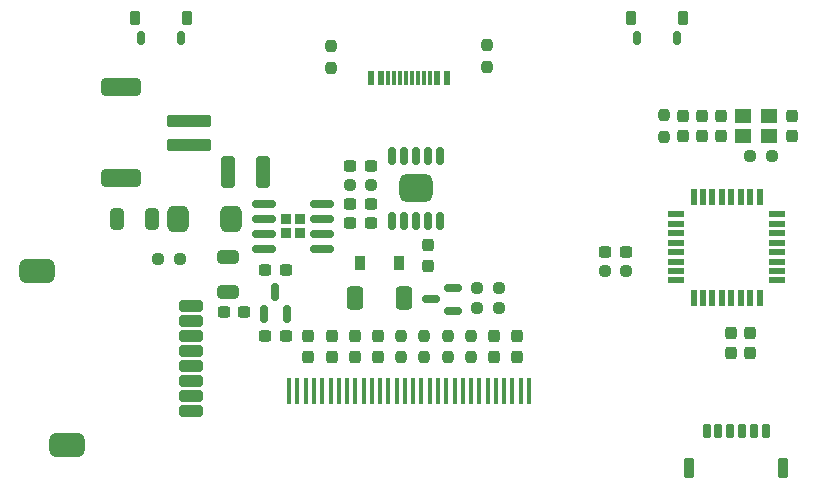
<source format=gbr>
%TF.GenerationSoftware,KiCad,Pcbnew,(6.0.5)*%
%TF.CreationDate,2023-01-30T15:53:00+08:00*%
%TF.ProjectId,Mini_Remoter,4d696e69-5f52-4656-9d6f-7465722e6b69,rev?*%
%TF.SameCoordinates,Original*%
%TF.FileFunction,Paste,Bot*%
%TF.FilePolarity,Positive*%
%FSLAX46Y46*%
G04 Gerber Fmt 4.6, Leading zero omitted, Abs format (unit mm)*
G04 Created by KiCad (PCBNEW (6.0.5)) date 2023-01-30 15:53:00*
%MOMM*%
%LPD*%
G01*
G04 APERTURE LIST*
G04 Aperture macros list*
%AMRoundRect*
0 Rectangle with rounded corners*
0 $1 Rounding radius*
0 $2 $3 $4 $5 $6 $7 $8 $9 X,Y pos of 4 corners*
0 Add a 4 corners polygon primitive as box body*
4,1,4,$2,$3,$4,$5,$6,$7,$8,$9,$2,$3,0*
0 Add four circle primitives for the rounded corners*
1,1,$1+$1,$2,$3*
1,1,$1+$1,$4,$5*
1,1,$1+$1,$6,$7*
1,1,$1+$1,$8,$9*
0 Add four rect primitives between the rounded corners*
20,1,$1+$1,$2,$3,$4,$5,0*
20,1,$1+$1,$4,$5,$6,$7,0*
20,1,$1+$1,$6,$7,$8,$9,0*
20,1,$1+$1,$8,$9,$2,$3,0*%
G04 Aperture macros list end*
%ADD10R,0.500000X1.400000*%
%ADD11R,1.400000X0.500000*%
%ADD12RoundRect,0.250000X0.325000X1.100000X-0.325000X1.100000X-0.325000X-1.100000X0.325000X-1.100000X0*%
%ADD13R,1.400000X1.200000*%
%ADD14R,0.600000X1.150000*%
%ADD15R,0.300000X1.150000*%
%ADD16RoundRect,0.600000X-0.800000X0.600000X-0.800000X-0.600000X0.800000X-0.600000X0.800000X0.600000X0*%
%ADD17RoundRect,0.150000X-0.150000X0.600000X-0.150000X-0.600000X0.150000X-0.600000X0.150000X0.600000X0*%
%ADD18RoundRect,0.500000X-1.000000X0.500000X-1.000000X-0.500000X1.000000X-0.500000X1.000000X0.500000X0*%
%ADD19RoundRect,0.250000X-0.750000X0.250000X-0.750000X-0.250000X0.750000X-0.250000X0.750000X0.250000X0*%
%ADD20RoundRect,0.150000X0.825000X0.150000X-0.825000X0.150000X-0.825000X-0.150000X0.825000X-0.150000X0*%
%ADD21RoundRect,0.232500X0.232500X0.232500X-0.232500X0.232500X-0.232500X-0.232500X0.232500X-0.232500X0*%
%ADD22RoundRect,0.087500X-0.087500X-1.012500X0.087500X-1.012500X0.087500X1.012500X-0.087500X1.012500X0*%
%ADD23RoundRect,0.150000X0.150000X-0.587500X0.150000X0.587500X-0.150000X0.587500X-0.150000X-0.587500X0*%
%ADD24RoundRect,0.150000X0.150000X0.450000X-0.150000X0.450000X-0.150000X-0.450000X0.150000X-0.450000X0*%
%ADD25RoundRect,0.200000X0.200000X0.425000X-0.200000X0.425000X-0.200000X-0.425000X0.200000X-0.425000X0*%
%ADD26RoundRect,0.237500X0.250000X0.237500X-0.250000X0.237500X-0.250000X-0.237500X0.250000X-0.237500X0*%
%ADD27RoundRect,0.237500X-0.250000X-0.237500X0.250000X-0.237500X0.250000X0.237500X-0.250000X0.237500X0*%
%ADD28RoundRect,0.237500X0.237500X-0.250000X0.237500X0.250000X-0.237500X0.250000X-0.237500X-0.250000X0*%
%ADD29RoundRect,0.237500X-0.237500X0.250000X-0.237500X-0.250000X0.237500X-0.250000X0.237500X0.250000X0*%
%ADD30RoundRect,0.150000X0.587500X0.150000X-0.587500X0.150000X-0.587500X-0.150000X0.587500X-0.150000X0*%
%ADD31RoundRect,0.450000X0.450000X0.650000X-0.450000X0.650000X-0.450000X-0.650000X0.450000X-0.650000X0*%
%ADD32RoundRect,0.150000X0.150000X0.475000X-0.150000X0.475000X-0.150000X-0.475000X0.150000X-0.475000X0*%
%ADD33RoundRect,0.225000X0.225000X0.625000X-0.225000X0.625000X-0.225000X-0.625000X0.225000X-0.625000X0*%
%ADD34RoundRect,0.250000X-1.650000X0.250000X-1.650000X-0.250000X1.650000X-0.250000X1.650000X0.250000X0*%
%ADD35RoundRect,0.375000X-1.325000X0.375000X-1.325000X-0.375000X1.325000X-0.375000X1.325000X0.375000X0*%
%ADD36R,0.900000X1.200000*%
%ADD37RoundRect,0.237500X0.237500X-0.300000X0.237500X0.300000X-0.237500X0.300000X-0.237500X-0.300000X0*%
%ADD38RoundRect,0.237500X-0.300000X-0.237500X0.300000X-0.237500X0.300000X0.237500X-0.300000X0.237500X0*%
%ADD39RoundRect,0.237500X-0.237500X0.300000X-0.237500X-0.300000X0.237500X-0.300000X0.237500X0.300000X0*%
%ADD40RoundRect,0.250000X0.325000X0.650000X-0.325000X0.650000X-0.325000X-0.650000X0.325000X-0.650000X0*%
%ADD41RoundRect,0.250000X-0.650000X0.325000X-0.650000X-0.325000X0.650000X-0.325000X0.650000X0.325000X0*%
%ADD42RoundRect,0.237500X0.300000X0.237500X-0.300000X0.237500X-0.300000X-0.237500X0.300000X-0.237500X0*%
%ADD43RoundRect,0.350000X-0.350000X-0.650000X0.350000X-0.650000X0.350000X0.650000X-0.350000X0.650000X0*%
G04 APERTURE END LIST*
D10*
%TO.C,U5*%
X124300000Y-97900000D03*
X125100000Y-97900000D03*
X125900000Y-97900000D03*
X126700000Y-97900000D03*
X127500000Y-97900000D03*
X128300000Y-97900000D03*
X129100000Y-97900000D03*
X129900000Y-97900000D03*
D11*
X131400000Y-99400000D03*
X131400000Y-100200000D03*
X131400000Y-101000000D03*
X131400000Y-101800000D03*
X131400000Y-102600000D03*
X131400000Y-103400000D03*
X131400000Y-104200000D03*
X131400000Y-105000000D03*
D10*
X129900000Y-106500000D03*
X129100000Y-106500000D03*
X128300000Y-106500000D03*
X127500000Y-106500000D03*
X126700000Y-106500000D03*
X125900000Y-106500000D03*
X125100000Y-106500000D03*
X124300000Y-106500000D03*
D11*
X122800000Y-105000000D03*
X122800000Y-104200000D03*
X122800000Y-103400000D03*
X122800000Y-102600000D03*
X122800000Y-101800000D03*
X122800000Y-101000000D03*
X122800000Y-100200000D03*
X122800000Y-99400000D03*
%TD*%
D12*
%TO.C,C14*%
X84925000Y-95800000D03*
X87875000Y-95800000D03*
%TD*%
D13*
%TO.C,Y1*%
X130700000Y-91050000D03*
X128500000Y-91050000D03*
X128500000Y-92750000D03*
X130700000Y-92750000D03*
%TD*%
D14*
%TO.C,USB1*%
X97000000Y-87860000D03*
X97800000Y-87860000D03*
D15*
X98950000Y-87860000D03*
X99950000Y-87860000D03*
X100450000Y-87860000D03*
X98450000Y-87860000D03*
D14*
X103400000Y-87860000D03*
X102600000Y-87860000D03*
D15*
X101950000Y-87860000D03*
X100950000Y-87860000D03*
X99450000Y-87860000D03*
X101450000Y-87860000D03*
%TD*%
D16*
%TO.C,U6*%
X100800000Y-97200000D03*
D17*
X98800000Y-99950000D03*
X99800000Y-99950000D03*
X100800000Y-99950000D03*
X101800000Y-99950000D03*
X102800000Y-99950000D03*
X102800000Y-94450000D03*
X101800000Y-94450000D03*
X100800000Y-94450000D03*
X99800000Y-94450000D03*
X98800000Y-94450000D03*
%TD*%
D18*
%TO.C,U4*%
X68728000Y-104234000D03*
X71228000Y-118966000D03*
D19*
X81728000Y-116045000D03*
X81728000Y-114775000D03*
X81728000Y-113505000D03*
X81728000Y-112235000D03*
X81728000Y-110965000D03*
X81728000Y-109695000D03*
X81728000Y-108425000D03*
X81728000Y-107155000D03*
%TD*%
D20*
%TO.C,U3*%
X87925000Y-98495000D03*
X87925000Y-99765000D03*
X87925000Y-101035000D03*
X87925000Y-102305000D03*
X92875000Y-102305000D03*
X92875000Y-101035000D03*
X92875000Y-99765000D03*
X92875000Y-98495000D03*
D21*
X89825000Y-99825000D03*
X90975000Y-99825000D03*
X89825000Y-100975000D03*
X90975000Y-100975000D03*
%TD*%
D22*
%TO.C,U2*%
X90065000Y-114385000D03*
X90765000Y-114385000D03*
X91465000Y-114385000D03*
X92165000Y-114385000D03*
X92865000Y-114385000D03*
X93565000Y-114385000D03*
X94265000Y-114385000D03*
X94965000Y-114385000D03*
X95665000Y-114385000D03*
X96365000Y-114385000D03*
X97065000Y-114385000D03*
X97765000Y-114385000D03*
X98465000Y-114385000D03*
X99165000Y-114385000D03*
X99865000Y-114385000D03*
X100565000Y-114385000D03*
X101265000Y-114385000D03*
X101965000Y-114385000D03*
X102665000Y-114385000D03*
X103365000Y-114385000D03*
X104065000Y-114385000D03*
X104765000Y-114385000D03*
X105465000Y-114385000D03*
X106165000Y-114385000D03*
X106865000Y-114385000D03*
X107565000Y-114385000D03*
X108265000Y-114385000D03*
X108965000Y-114385000D03*
X109665000Y-114385000D03*
X110365000Y-114385000D03*
%TD*%
D23*
%TO.C,U1*%
X89850000Y-107837500D03*
X87950000Y-107837500D03*
X88900000Y-105962500D03*
%TD*%
D24*
%TO.C,SW2*%
X122915000Y-84485000D03*
X119515000Y-84485000D03*
D25*
X123415000Y-82810000D03*
X119015000Y-82810000D03*
%TD*%
D24*
%TO.C,SW1*%
X80915000Y-84485000D03*
X77515000Y-84485000D03*
D25*
X81415000Y-82810000D03*
X77015000Y-82810000D03*
%TD*%
D26*
%TO.C,R14*%
X116787500Y-104200000D03*
X118612500Y-104200000D03*
%TD*%
D27*
%TO.C,R13*%
X130925000Y-94500000D03*
X129100000Y-94500000D03*
%TD*%
D28*
%TO.C,R12*%
X106800000Y-86912500D03*
X106800000Y-85087500D03*
%TD*%
D29*
%TO.C,R11*%
X93600000Y-85187500D03*
X93600000Y-87012500D03*
%TD*%
D26*
%TO.C,R10*%
X107812500Y-107300000D03*
X105987500Y-107300000D03*
%TD*%
%TO.C,R9*%
X107812500Y-105600000D03*
X105987500Y-105600000D03*
%TD*%
D28*
%TO.C,R7*%
X121800000Y-90987500D03*
X121800000Y-92812500D03*
%TD*%
D27*
%TO.C,R6*%
X80812500Y-103200000D03*
X78987500Y-103200000D03*
%TD*%
D29*
%TO.C,R5*%
X101510555Y-109680500D03*
X101510555Y-111505500D03*
%TD*%
%TO.C,R4*%
X103472666Y-109680500D03*
X103472666Y-111505500D03*
%TD*%
%TO.C,R3*%
X105434777Y-109680500D03*
X105434777Y-111505500D03*
%TD*%
D26*
%TO.C,R2*%
X95187500Y-96900000D03*
X97012500Y-96900000D03*
%TD*%
D29*
%TO.C,R1*%
X99548444Y-109680500D03*
X99548444Y-111505500D03*
%TD*%
D30*
%TO.C,Q1*%
X103937500Y-105650000D03*
X103937500Y-107550000D03*
X102062500Y-106600000D03*
%TD*%
D31*
%TO.C,L1*%
X80650000Y-99800000D03*
X85150000Y-99800000D03*
%TD*%
D32*
%TO.C,J4*%
X130400000Y-117775000D03*
X129400000Y-117775000D03*
X128400000Y-117775000D03*
X127400000Y-117775000D03*
X126400000Y-117775000D03*
X125400000Y-117775000D03*
D33*
X123950000Y-120900000D03*
X131850000Y-120900000D03*
%TD*%
D34*
%TO.C,J1*%
X81550000Y-93500000D03*
X81550000Y-91500000D03*
D35*
X75850000Y-96350000D03*
X75850000Y-88650000D03*
%TD*%
D36*
%TO.C,D7*%
X96050000Y-103500000D03*
X99350000Y-103500000D03*
%TD*%
D37*
%TO.C,C26*%
X125000000Y-91037500D03*
X125000000Y-92762500D03*
%TD*%
%TO.C,C25*%
X132600000Y-91037500D03*
X132600000Y-92762500D03*
%TD*%
%TO.C,C24*%
X126600000Y-91037500D03*
X126600000Y-92762500D03*
%TD*%
%TO.C,C23*%
X123400000Y-91037500D03*
X123400000Y-92762500D03*
%TD*%
D38*
%TO.C,C22*%
X96962500Y-100100000D03*
X95237500Y-100100000D03*
%TD*%
D37*
%TO.C,C21*%
X101800000Y-102037500D03*
X101800000Y-103762500D03*
%TD*%
D39*
%TO.C,C20*%
X129100000Y-111162500D03*
X129100000Y-109437500D03*
%TD*%
D38*
%TO.C,C19*%
X118562500Y-102600000D03*
X116837500Y-102600000D03*
%TD*%
D37*
%TO.C,C18*%
X127500000Y-109437500D03*
X127500000Y-111162500D03*
%TD*%
D40*
%TO.C,C13*%
X75525000Y-99800000D03*
X78475000Y-99800000D03*
%TD*%
D39*
%TO.C,C12*%
X95624222Y-109730500D03*
X95624222Y-111455500D03*
%TD*%
D41*
%TO.C,C11*%
X84900000Y-105975000D03*
X84900000Y-103025000D03*
%TD*%
D39*
%TO.C,C10*%
X109359000Y-109730500D03*
X109359000Y-111455500D03*
%TD*%
%TO.C,C9*%
X107396888Y-109730500D03*
X107396888Y-111455500D03*
%TD*%
D38*
%TO.C,C8*%
X84537500Y-107700000D03*
X86262500Y-107700000D03*
%TD*%
D37*
%TO.C,C7*%
X93662111Y-111462500D03*
X93662111Y-109737500D03*
%TD*%
D38*
%TO.C,C6*%
X88037500Y-109700000D03*
X89762500Y-109700000D03*
%TD*%
D37*
%TO.C,C5*%
X91700000Y-111462500D03*
X91700000Y-109737500D03*
%TD*%
D42*
%TO.C,C4*%
X95237500Y-95300000D03*
X96962500Y-95300000D03*
%TD*%
D38*
%TO.C,C3*%
X96962500Y-98500000D03*
X95237500Y-98500000D03*
%TD*%
D37*
%TO.C,C2*%
X97586333Y-111455500D03*
X97586333Y-109730500D03*
%TD*%
D38*
%TO.C,C1*%
X88037500Y-104100000D03*
X89762500Y-104100000D03*
%TD*%
D43*
%TO.C,BZ1*%
X95600000Y-106500000D03*
X99800000Y-106500000D03*
%TD*%
M02*

</source>
